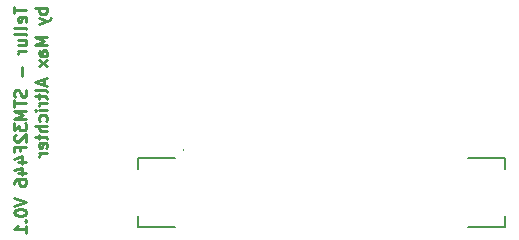
<source format=gbr>
%TF.GenerationSoftware,KiCad,Pcbnew,(5.1.10)-1*%
%TF.CreationDate,2021-09-19T12:36:10+02:00*%
%TF.ProjectId,stm32f446re_carrier_board,73746d33-3266-4343-9436-72655f636172,rev?*%
%TF.SameCoordinates,Original*%
%TF.FileFunction,Legend,Bot*%
%TF.FilePolarity,Positive*%
%FSLAX46Y46*%
G04 Gerber Fmt 4.6, Leading zero omitted, Abs format (unit mm)*
G04 Created by KiCad (PCBNEW (5.1.10)-1) date 2021-09-19 12:36:10*
%MOMM*%
%LPD*%
G01*
G04 APERTURE LIST*
%ADD10C,0.250000*%
%ADD11C,0.100000*%
%ADD12C,0.200000*%
G04 APERTURE END LIST*
D10*
X112077380Y-97857738D02*
X112077380Y-98429166D01*
X113077380Y-98143452D02*
X112077380Y-98143452D01*
X113029761Y-99143452D02*
X113077380Y-99048214D01*
X113077380Y-98857738D01*
X113029761Y-98762500D01*
X112934523Y-98714880D01*
X112553571Y-98714880D01*
X112458333Y-98762500D01*
X112410714Y-98857738D01*
X112410714Y-99048214D01*
X112458333Y-99143452D01*
X112553571Y-99191071D01*
X112648809Y-99191071D01*
X112744047Y-98714880D01*
X113077380Y-99762500D02*
X113029761Y-99667261D01*
X112934523Y-99619642D01*
X112077380Y-99619642D01*
X113077380Y-100286309D02*
X113029761Y-100191071D01*
X112934523Y-100143452D01*
X112077380Y-100143452D01*
X112410714Y-101095833D02*
X113077380Y-101095833D01*
X112410714Y-100667261D02*
X112934523Y-100667261D01*
X113029761Y-100714880D01*
X113077380Y-100810119D01*
X113077380Y-100952976D01*
X113029761Y-101048214D01*
X112982142Y-101095833D01*
X113077380Y-101572023D02*
X112410714Y-101572023D01*
X112601190Y-101572023D02*
X112505952Y-101619642D01*
X112458333Y-101667261D01*
X112410714Y-101762500D01*
X112410714Y-101857738D01*
X112696428Y-102952976D02*
X112696428Y-103714880D01*
X113029761Y-104905357D02*
X113077380Y-105048214D01*
X113077380Y-105286309D01*
X113029761Y-105381547D01*
X112982142Y-105429166D01*
X112886904Y-105476785D01*
X112791666Y-105476785D01*
X112696428Y-105429166D01*
X112648809Y-105381547D01*
X112601190Y-105286309D01*
X112553571Y-105095833D01*
X112505952Y-105000595D01*
X112458333Y-104952976D01*
X112363095Y-104905357D01*
X112267857Y-104905357D01*
X112172619Y-104952976D01*
X112125000Y-105000595D01*
X112077380Y-105095833D01*
X112077380Y-105333928D01*
X112125000Y-105476785D01*
X112077380Y-105762500D02*
X112077380Y-106333928D01*
X113077380Y-106048214D02*
X112077380Y-106048214D01*
X113077380Y-106667261D02*
X112077380Y-106667261D01*
X112791666Y-107000595D01*
X112077380Y-107333928D01*
X113077380Y-107333928D01*
X112077380Y-107714880D02*
X112077380Y-108333928D01*
X112458333Y-108000595D01*
X112458333Y-108143452D01*
X112505952Y-108238690D01*
X112553571Y-108286309D01*
X112648809Y-108333928D01*
X112886904Y-108333928D01*
X112982142Y-108286309D01*
X113029761Y-108238690D01*
X113077380Y-108143452D01*
X113077380Y-107857738D01*
X113029761Y-107762500D01*
X112982142Y-107714880D01*
X112172619Y-108714880D02*
X112125000Y-108762500D01*
X112077380Y-108857738D01*
X112077380Y-109095833D01*
X112125000Y-109191071D01*
X112172619Y-109238690D01*
X112267857Y-109286309D01*
X112363095Y-109286309D01*
X112505952Y-109238690D01*
X113077380Y-108667261D01*
X113077380Y-109286309D01*
X112553571Y-110048214D02*
X112553571Y-109714880D01*
X113077380Y-109714880D02*
X112077380Y-109714880D01*
X112077380Y-110191071D01*
X112410714Y-111000595D02*
X113077380Y-111000595D01*
X112029761Y-110762500D02*
X112744047Y-110524404D01*
X112744047Y-111143452D01*
X112410714Y-111952976D02*
X113077380Y-111952976D01*
X112029761Y-111714880D02*
X112744047Y-111476785D01*
X112744047Y-112095833D01*
X112077380Y-112905357D02*
X112077380Y-112714880D01*
X112125000Y-112619642D01*
X112172619Y-112572023D01*
X112315476Y-112476785D01*
X112505952Y-112429166D01*
X112886904Y-112429166D01*
X112982142Y-112476785D01*
X113029761Y-112524404D01*
X113077380Y-112619642D01*
X113077380Y-112810119D01*
X113029761Y-112905357D01*
X112982142Y-112952976D01*
X112886904Y-113000595D01*
X112648809Y-113000595D01*
X112553571Y-112952976D01*
X112505952Y-112905357D01*
X112458333Y-112810119D01*
X112458333Y-112619642D01*
X112505952Y-112524404D01*
X112553571Y-112476785D01*
X112648809Y-112429166D01*
X112077380Y-114048214D02*
X113077380Y-114381547D01*
X112077380Y-114714880D01*
X112077380Y-115238690D02*
X112077380Y-115333928D01*
X112125000Y-115429166D01*
X112172619Y-115476785D01*
X112267857Y-115524404D01*
X112458333Y-115572023D01*
X112696428Y-115572023D01*
X112886904Y-115524404D01*
X112982142Y-115476785D01*
X113029761Y-115429166D01*
X113077380Y-115333928D01*
X113077380Y-115238690D01*
X113029761Y-115143452D01*
X112982142Y-115095833D01*
X112886904Y-115048214D01*
X112696428Y-115000595D01*
X112458333Y-115000595D01*
X112267857Y-115048214D01*
X112172619Y-115095833D01*
X112125000Y-115143452D01*
X112077380Y-115238690D01*
X112982142Y-116000595D02*
X113029761Y-116048214D01*
X113077380Y-116000595D01*
X113029761Y-115952976D01*
X112982142Y-116000595D01*
X113077380Y-116000595D01*
X113077380Y-117000595D02*
X113077380Y-116429166D01*
X113077380Y-116714880D02*
X112077380Y-116714880D01*
X112220238Y-116619642D01*
X112315476Y-116524404D01*
X112363095Y-116429166D01*
X114827380Y-98000595D02*
X113827380Y-98000595D01*
X114208333Y-98000595D02*
X114160714Y-98095833D01*
X114160714Y-98286309D01*
X114208333Y-98381547D01*
X114255952Y-98429166D01*
X114351190Y-98476785D01*
X114636904Y-98476785D01*
X114732142Y-98429166D01*
X114779761Y-98381547D01*
X114827380Y-98286309D01*
X114827380Y-98095833D01*
X114779761Y-98000595D01*
X114160714Y-98810119D02*
X114827380Y-99048214D01*
X114160714Y-99286309D02*
X114827380Y-99048214D01*
X115065476Y-98952976D01*
X115113095Y-98905357D01*
X115160714Y-98810119D01*
X114827380Y-100429166D02*
X113827380Y-100429166D01*
X114541666Y-100762500D01*
X113827380Y-101095833D01*
X114827380Y-101095833D01*
X114827380Y-102000595D02*
X114303571Y-102000595D01*
X114208333Y-101952976D01*
X114160714Y-101857738D01*
X114160714Y-101667261D01*
X114208333Y-101572023D01*
X114779761Y-102000595D02*
X114827380Y-101905357D01*
X114827380Y-101667261D01*
X114779761Y-101572023D01*
X114684523Y-101524404D01*
X114589285Y-101524404D01*
X114494047Y-101572023D01*
X114446428Y-101667261D01*
X114446428Y-101905357D01*
X114398809Y-102000595D01*
X114827380Y-102381547D02*
X114160714Y-102905357D01*
X114160714Y-102381547D02*
X114827380Y-102905357D01*
X114541666Y-104000595D02*
X114541666Y-104476785D01*
X114827380Y-103905357D02*
X113827380Y-104238690D01*
X114827380Y-104572023D01*
X114827380Y-105048214D02*
X114779761Y-104952976D01*
X114684523Y-104905357D01*
X113827380Y-104905357D01*
X114160714Y-105286309D02*
X114160714Y-105667261D01*
X113827380Y-105429166D02*
X114684523Y-105429166D01*
X114779761Y-105476785D01*
X114827380Y-105572023D01*
X114827380Y-105667261D01*
X114827380Y-106000595D02*
X114160714Y-106000595D01*
X114351190Y-106000595D02*
X114255952Y-106048214D01*
X114208333Y-106095833D01*
X114160714Y-106191071D01*
X114160714Y-106286309D01*
X114827380Y-106619642D02*
X114160714Y-106619642D01*
X113827380Y-106619642D02*
X113875000Y-106572023D01*
X113922619Y-106619642D01*
X113875000Y-106667261D01*
X113827380Y-106619642D01*
X113922619Y-106619642D01*
X114779761Y-107524404D02*
X114827380Y-107429166D01*
X114827380Y-107238690D01*
X114779761Y-107143452D01*
X114732142Y-107095833D01*
X114636904Y-107048214D01*
X114351190Y-107048214D01*
X114255952Y-107095833D01*
X114208333Y-107143452D01*
X114160714Y-107238690D01*
X114160714Y-107429166D01*
X114208333Y-107524404D01*
X114827380Y-107952976D02*
X113827380Y-107952976D01*
X114827380Y-108381547D02*
X114303571Y-108381547D01*
X114208333Y-108333928D01*
X114160714Y-108238690D01*
X114160714Y-108095833D01*
X114208333Y-108000595D01*
X114255952Y-107952976D01*
X114160714Y-108714880D02*
X114160714Y-109095833D01*
X113827380Y-108857738D02*
X114684523Y-108857738D01*
X114779761Y-108905357D01*
X114827380Y-109000595D01*
X114827380Y-109095833D01*
X114779761Y-109810119D02*
X114827380Y-109714880D01*
X114827380Y-109524404D01*
X114779761Y-109429166D01*
X114684523Y-109381547D01*
X114303571Y-109381547D01*
X114208333Y-109429166D01*
X114160714Y-109524404D01*
X114160714Y-109714880D01*
X114208333Y-109810119D01*
X114303571Y-109857738D01*
X114398809Y-109857738D01*
X114494047Y-109381547D01*
X114827380Y-110286309D02*
X114160714Y-110286309D01*
X114351190Y-110286309D02*
X114255952Y-110333928D01*
X114208333Y-110381547D01*
X114160714Y-110476785D01*
X114160714Y-110572023D01*
D11*
%TO.C,J2*%
X126353000Y-109882000D02*
X126353000Y-109882000D01*
X126353000Y-109982000D02*
X126353000Y-109982000D01*
D12*
X122553000Y-110632000D02*
X125703000Y-110632000D01*
X122553000Y-111582000D02*
X122553000Y-110632000D01*
X153653000Y-110632000D02*
X150503000Y-110632000D01*
X153653000Y-111582000D02*
X153653000Y-110632000D01*
X153653000Y-116532000D02*
X153653000Y-115582000D01*
X150503000Y-116532000D02*
X153653000Y-116532000D01*
X122553000Y-116532000D02*
X125703000Y-116532000D01*
X122553000Y-115582000D02*
X122553000Y-116532000D01*
D11*
X126353000Y-109882000D02*
G75*
G03*
X126353000Y-109982000I0J-50000D01*
G01*
X126353000Y-109982000D02*
G75*
G03*
X126353000Y-109882000I0J50000D01*
G01*
%TD*%
M02*

</source>
